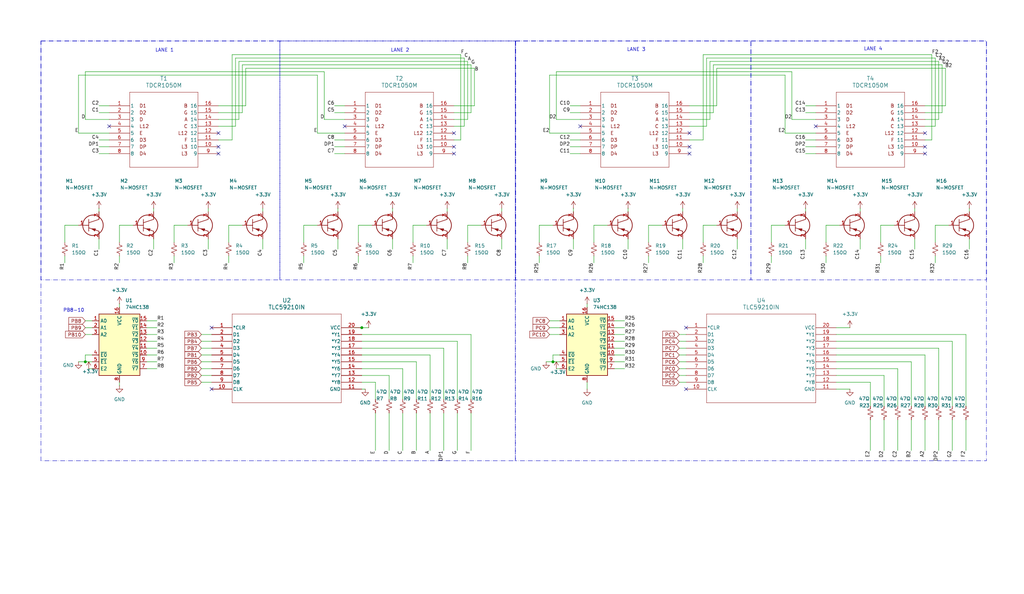
<source format=kicad_sch>
(kicad_sch (version 20231120) (generator "eeschema") (generator_version "8.0")
  (paper "User" 381 220.98)
  (title_block (title "Time Display"))
  (junction (at 31.75 134.62))
  (junction (at 205.74 134.62))
  (junction (at 134.62 121.92))
  (no_connect (at 78.74 121.92))
  (no_connect (at 128.27 46.99))
  (no_connect (at 81.28 57.15))
  (no_connect (at 168.91 54.61))
  (no_connect (at 78.74 144.78))
  (no_connect (at 256.54 49.53))
  (no_connect (at 303.53 46.99))
  (no_connect (at 256.54 57.15))
  (no_connect (at 256.54 54.61))
  (no_connect (at 344.17 57.15))
  (no_connect (at 344.17 54.61))
  (no_connect (at 81.28 54.61))
  (no_connect (at 81.28 49.53))
  (no_connect (at 40.64 46.99))
  (no_connect (at 255.27 121.92))
  (no_connect (at 168.91 57.15))
  (no_connect (at 255.27 144.78))
  (no_connect (at 168.91 49.53))
  (no_connect (at 344.17 49.53))
  (no_connect (at 215.9 46.99))
  (wire (pts (xy 74.93 137.16) (xy 78.74 137.16)))
  (wire (pts (xy 299.72 57.15) (xy 303.53 57.15)))
  (wire (pts (xy 360.68 88.9) (xy 360.68 92.71)))
  (wire (pts (xy 311.15 137.16) (xy 334.01 137.16)))
  (wire (pts (xy 175.26 24.13) (xy 175.26 41.91)))
  (wire (pts (xy 349.25 167.64) (xy 349.25 156.21)))
  (wire (pts (xy 31.75 132.08) (xy 31.75 134.62)))
  (wire (pts (xy 207.01 26.67) (xy 294.64 26.67)))
  (wire (pts (xy 346.71 20.32) (xy 346.71 52.07)))
  (wire (pts (xy 86.36 52.07) (xy 86.36 20.32)))
  (wire (pts (xy 287.02 97.79) (xy 287.02 95.25)))
  (wire (pts (xy 36.83 77.47) (xy 36.83 78.74)))
  (wire (pts (xy 24.13 97.79) (xy 24.13 95.25)))
  (wire (pts (xy 24.13 83.82) (xy 24.13 90.17)))
  (wire (pts (xy 58.42 121.92) (xy 54.61 121.92)))
  (wire (pts (xy 170.18 167.64) (xy 170.18 153.67)))
  (wire (pts (xy 207.01 137.16) (xy 208.28 137.16)))
  (wire (pts (xy 36.83 41.91) (xy 40.64 41.91)))
  (wire (pts (xy 31.75 44.45) (xy 40.64 44.45)))
  (wire (pts (xy 246.38 83.82) (xy 241.3 83.82)))
  (wire (pts (xy 351.79 25.4) (xy 351.79 39.37)))
  (wire (pts (xy 139.7 148.59) (xy 139.7 142.24)))
  (wire (pts (xy 212.09 39.37) (xy 215.9 39.37)))
  (wire (pts (xy 307.34 97.79) (xy 307.34 95.25)))
  (wire (pts (xy 113.03 83.82) (xy 113.03 90.17)))
  (wire (pts (xy 125.73 88.9) (xy 125.73 92.71)))
  (wire (pts (xy 58.42 127) (xy 54.61 127)))
  (wire (pts (xy 311.15 134.62) (xy 339.09 134.62)))
  (wire (pts (xy 29.21 134.62) (xy 31.75 134.62)))
  (wire (pts (xy 252.73 132.08) (xy 255.27 132.08)))
  (wire (pts (xy 175.26 124.46) (xy 134.62 124.46)))
  (wire (pts (xy 170.18 127) (xy 170.18 148.59)))
  (wire (pts (xy 360.68 77.47) (xy 360.68 78.74)))
  (wire (pts (xy 172.72 21.59) (xy 172.72 46.99)))
  (wire (pts (xy 232.41 119.38) (xy 228.6 119.38)))
  (wire (pts (xy 58.42 134.62) (xy 54.61 134.62)))
  (wire (pts (xy 299.72 77.47) (xy 299.72 78.74)))
  (wire (pts (xy 34.29 132.08) (xy 31.75 132.08)))
  (wire (pts (xy 320.04 77.47) (xy 320.04 78.74)))
  (wire (pts (xy 311.15 142.24) (xy 323.85 142.24)))
  (wire (pts (xy 90.17 24.13) (xy 175.26 24.13)))
  (wire (pts (xy 186.69 88.9) (xy 186.69 92.71)))
  (wire (pts (xy 134.62 127) (xy 170.18 127)))
  (wire (pts (xy 160.02 167.64) (xy 160.02 153.67)))
  (wire (pts (xy 86.36 20.32) (xy 171.45 20.32)))
  (wire (pts (xy 347.98 97.79) (xy 347.98 95.25)))
  (wire (pts (xy 124.46 52.07) (xy 128.27 52.07)))
  (wire (pts (xy 149.86 167.64) (xy 149.86 153.67)))
  (wire (pts (xy 292.1 49.53) (xy 303.53 49.53)))
  (wire (pts (xy 176.53 25.4) (xy 91.44 25.4)))
  (wire (pts (xy 307.34 83.82) (xy 307.34 90.17)))
  (wire (pts (xy 31.75 44.45) (xy 31.75 26.67)))
  (wire (pts (xy 77.47 77.47) (xy 77.47 78.74)))
  (wire (pts (xy 264.16 22.86) (xy 349.25 22.86)))
  (wire (pts (xy 33.02 137.16) (xy 34.29 137.16)))
  (wire (pts (xy 359.41 124.46) (xy 359.41 151.13)))
  (wire (pts (xy 77.47 88.9) (xy 77.47 92.71)))
  (wire (pts (xy 88.9 44.45) (xy 88.9 22.86)))
  (wire (pts (xy 130.81 121.92) (xy 134.62 121.92)))
  (wire (pts (xy 153.67 83.82) (xy 153.67 90.17)))
  (wire (pts (xy 350.52 41.91) (xy 344.17 41.91)))
  (wire (pts (xy 232.41 137.16) (xy 228.6 137.16)))
  (wire (pts (xy 299.72 41.91) (xy 303.53 41.91)))
  (wire (pts (xy 294.64 44.45) (xy 303.53 44.45)))
  (wire (pts (xy 254 88.9) (xy 254 92.71)))
  (wire (pts (xy 134.62 121.92) (xy 137.16 121.92)))
  (wire (pts (xy 90.17 41.91) (xy 90.17 24.13)))
  (wire (pts (xy 133.35 83.82) (xy 133.35 90.17)))
  (wire (pts (xy 144.78 148.59) (xy 144.78 139.7)))
  (wire (pts (xy 204.47 49.53) (xy 204.47 27.94)))
  (wire (pts (xy 165.1 167.64) (xy 165.1 153.67)))
  (wire (pts (xy 256.54 46.99) (xy 262.89 46.99)))
  (wire (pts (xy 252.73 137.16) (xy 255.27 137.16)))
  (wire (pts (xy 349.25 44.45) (xy 344.17 44.45)))
  (wire (pts (xy 323.85 156.21) (xy 323.85 167.64)))
  (wire (pts (xy 204.47 27.94) (xy 292.1 27.94)))
  (wire (pts (xy 294.64 26.67) (xy 294.64 44.45)))
  (wire (pts (xy 69.85 83.82) (xy 64.77 83.82)))
  (wire (pts (xy 262.89 46.99) (xy 262.89 21.59)))
  (wire (pts (xy 256.54 44.45) (xy 264.16 44.45)))
  (wire (pts (xy 218.44 113.03) (xy 218.44 114.3)))
  (wire (pts (xy 339.09 167.64) (xy 339.09 156.21)))
  (wire (pts (xy 175.26 153.67) (xy 175.26 167.64)))
  (wire (pts (xy 166.37 88.9) (xy 166.37 92.71)))
  (wire (pts (xy 85.09 97.79) (xy 85.09 95.25)))
  (wire (pts (xy 186.69 77.47) (xy 186.69 78.74)))
  (wire (pts (xy 332.74 83.82) (xy 327.66 83.82)))
  (wire (pts (xy 146.05 77.47) (xy 146.05 78.74)))
  (wire (pts (xy 97.79 77.47) (xy 97.79 78.74)))
  (wire (pts (xy 171.45 20.32) (xy 171.45 52.07)))
  (wire (pts (xy 344.17 52.07) (xy 346.71 52.07)))
  (wire (pts (xy 81.28 46.99) (xy 87.63 46.99)))
  (wire (pts (xy 160.02 132.08) (xy 134.62 132.08)))
  (wire (pts (xy 31.75 119.38) (xy 34.29 119.38)))
  (wire (pts (xy 173.99 97.79) (xy 173.99 95.25)))
  (wire (pts (xy 118.11 83.82) (xy 113.03 83.82)))
  (wire (pts (xy 241.3 97.79) (xy 241.3 95.25)))
  (wire (pts (xy 31.75 26.67) (xy 120.65 26.67)))
  (wire (pts (xy 29.21 49.53) (xy 40.64 49.53)))
  (wire (pts (xy 91.44 39.37) (xy 81.28 39.37)))
  (wire (pts (xy 153.67 97.79) (xy 153.67 95.25)))
  (wire (pts (xy 139.7 153.67) (xy 139.7 167.64)))
  (wire (pts (xy 292.1 27.94) (xy 292.1 49.53)))
  (wire (pts (xy 205.74 134.62) (xy 208.28 134.62)))
  (wire (pts (xy 81.28 41.91) (xy 90.17 41.91)))
  (wire (pts (xy 261.62 20.32) (xy 346.71 20.32)))
  (wire (pts (xy 339.09 134.62) (xy 339.09 151.13)))
  (wire (pts (xy 287.02 83.82) (xy 287.02 90.17)))
  (wire (pts (xy 292.1 83.82) (xy 287.02 83.82)))
  (wire (pts (xy 218.44 144.78) (xy 218.44 142.24)))
  (wire (pts (xy 74.93 127) (xy 78.74 127)))
  (wire (pts (xy 344.17 39.37) (xy 351.79 39.37)))
  (wire (pts (xy 213.36 88.9) (xy 213.36 92.71)))
  (wire (pts (xy 323.85 142.24) (xy 323.85 151.13)))
  (wire (pts (xy 266.7 83.82) (xy 261.62 83.82)))
  (wire (pts (xy 133.35 97.79) (xy 133.35 95.25)))
  (wire (pts (xy 334.01 167.64) (xy 334.01 156.21)))
  (wire (pts (xy 299.72 54.61) (xy 303.53 54.61)))
  (wire (pts (xy 311.15 124.46) (xy 359.41 124.46)))
  (wire (pts (xy 232.41 127) (xy 228.6 127)))
  (wire (pts (xy 266.7 39.37) (xy 256.54 39.37)))
  (wire (pts (xy 173.99 44.45) (xy 168.91 44.45)))
  (wire (pts (xy 212.09 52.07) (xy 215.9 52.07)))
  (wire (pts (xy 311.15 129.54) (xy 349.25 129.54)))
  (wire (pts (xy 213.36 77.47) (xy 213.36 78.74)))
  (wire (pts (xy 113.03 97.79) (xy 113.03 95.25)))
  (wire (pts (xy 124.46 54.61) (xy 128.27 54.61)))
  (wire (pts (xy 328.93 139.7) (xy 328.93 151.13)))
  (wire (pts (xy 173.99 22.86) (xy 173.99 44.45)))
  (wire (pts (xy 349.25 129.54) (xy 349.25 151.13)))
  (wire (pts (xy 173.99 83.82) (xy 173.99 90.17)))
  (wire (pts (xy 252.73 139.7) (xy 255.27 139.7)))
  (wire (pts (xy 252.73 134.62) (xy 255.27 134.62)))
  (wire (pts (xy 316.23 144.78) (xy 311.15 144.78)))
  (wire (pts (xy 29.21 49.53) (xy 29.21 27.94)))
  (wire (pts (xy 232.41 129.54) (xy 228.6 129.54)))
  (wire (pts (xy 327.66 83.82) (xy 327.66 90.17)))
  (wire (pts (xy 353.06 83.82) (xy 347.98 83.82)))
  (wire (pts (xy 49.53 83.82) (xy 44.45 83.82)))
  (wire (pts (xy 139.7 142.24) (xy 134.62 142.24)))
  (wire (pts (xy 241.3 83.82) (xy 241.3 90.17)))
  (wire (pts (xy 120.65 26.67) (xy 120.65 44.45)))
  (wire (pts (xy 87.63 21.59) (xy 172.72 21.59)))
  (wire (pts (xy 347.98 21.59) (xy 347.98 46.99)))
  (wire (pts (xy 261.62 97.79) (xy 261.62 95.25)))
  (wire (pts (xy 118.11 49.53) (xy 128.27 49.53)))
  (wire (pts (xy 349.25 22.86) (xy 349.25 44.45)))
  (wire (pts (xy 91.44 25.4) (xy 91.44 39.37)))
  (wire (pts (xy 74.93 132.08) (xy 78.74 132.08)))
  (wire (pts (xy 256.54 41.91) (xy 265.43 41.91)))
  (wire (pts (xy 81.28 44.45) (xy 88.9 44.45)))
  (wire (pts (xy 74.93 134.62) (xy 78.74 134.62)))
  (wire (pts (xy 58.42 137.16) (xy 54.61 137.16)))
  (wire (pts (xy 205.74 83.82) (xy 200.66 83.82)))
  (wire (pts (xy 204.47 119.38) (xy 208.28 119.38)))
  (wire (pts (xy 124.46 39.37) (xy 128.27 39.37)))
  (wire (pts (xy 207.01 44.45) (xy 207.01 26.67)))
  (wire (pts (xy 74.93 124.46) (xy 78.74 124.46)))
  (wire (pts (xy 81.28 52.07) (xy 86.36 52.07)))
  (wire (pts (xy 344.17 167.64) (xy 344.17 156.21)))
  (wire (pts (xy 138.43 83.82) (xy 133.35 83.82)))
  (wire (pts (xy 44.45 113.03) (xy 44.45 114.3)))
  (wire (pts (xy 166.37 77.47) (xy 166.37 78.74)))
  (wire (pts (xy 74.93 139.7) (xy 78.74 139.7)))
  (wire (pts (xy 74.93 129.54) (xy 78.74 129.54)))
  (wire (pts (xy 311.15 132.08) (xy 344.17 132.08)))
  (wire (pts (xy 220.98 83.82) (xy 220.98 90.17)))
  (wire (pts (xy 340.36 88.9) (xy 340.36 92.71)))
  (wire (pts (xy 97.79 88.9) (xy 97.79 92.71)))
  (wire (pts (xy 144.78 153.67) (xy 144.78 167.64)))
  (wire (pts (xy 350.52 24.13) (xy 350.52 41.91)))
  (wire (pts (xy 149.86 137.16) (xy 134.62 137.16)))
  (wire (pts (xy 44.45 143.51) (xy 44.45 142.24)))
  (wire (pts (xy 57.15 77.47) (xy 57.15 78.74)))
  (wire (pts (xy 256.54 52.07) (xy 261.62 52.07)))
  (wire (pts (xy 344.17 132.08) (xy 344.17 151.13)))
  (wire (pts (xy 44.45 97.79) (xy 44.45 95.25)))
  (wire (pts (xy 252.73 129.54) (xy 255.27 129.54)))
  (wire (pts (xy 232.41 121.92) (xy 228.6 121.92)))
  (wire (pts (xy 64.77 97.79) (xy 64.77 95.25)))
  (wire (pts (xy 205.74 132.08) (xy 205.74 134.62)))
  (wire (pts (xy 233.68 77.47) (xy 233.68 78.74)))
  (wire (pts (xy 158.75 83.82) (xy 153.67 83.82)))
  (wire (pts (xy 232.41 132.08) (xy 228.6 132.08)))
  (wire (pts (xy 58.42 129.54) (xy 54.61 129.54)))
  (wire (pts (xy 44.45 83.82) (xy 44.45 90.17)))
  (wire (pts (xy 220.98 97.79) (xy 220.98 95.25)))
  (wire (pts (xy 31.75 124.46) (xy 34.29 124.46)))
  (wire (pts (xy 31.75 121.92) (xy 34.29 121.92)))
  (wire (pts (xy 354.33 127) (xy 354.33 151.13)))
  (wire (pts (xy 154.94 134.62) (xy 134.62 134.62)))
  (wire (pts (xy 359.41 156.21) (xy 359.41 167.64)))
  (wire (pts (xy 36.83 57.15) (xy 40.64 57.15)))
  (wire (pts (xy 118.11 27.94) (xy 118.11 49.53)))
  (wire (pts (xy 176.53 25.4) (xy 176.53 39.37)))
  (wire (pts (xy 36.83 39.37) (xy 40.64 39.37)))
  (wire (pts (xy 204.47 49.53) (xy 215.9 49.53)))
  (wire (pts (xy 168.91 52.07) (xy 171.45 52.07)))
  (wire (pts (xy 58.42 124.46) (xy 54.61 124.46)))
  (wire (pts (xy 31.75 134.62) (xy 34.29 134.62)))
  (wire (pts (xy 347.98 46.99) (xy 344.17 46.99)))
  (wire (pts (xy 125.73 77.47) (xy 125.73 78.74)))
  (wire (pts (xy 226.06 83.82) (xy 220.98 83.82)))
  (wire (pts (xy 58.42 132.08) (xy 54.61 132.08)))
  (wire (pts (xy 36.83 88.9) (xy 36.83 92.71)))
  (wire (pts (xy 165.1 148.59) (xy 165.1 129.54)))
  (wire (pts (xy 36.83 54.61) (xy 40.64 54.61)))
  (wire (pts (xy 252.73 142.24) (xy 255.27 142.24)))
  (wire (pts (xy 135.89 144.78) (xy 134.62 144.78)))
  (wire (pts (xy 311.15 127) (xy 354.33 127)))
  (wire (pts (xy 160.02 148.59) (xy 160.02 132.08)))
  (wire (pts (xy 90.17 83.82) (xy 85.09 83.82)))
  (wire (pts (xy 299.72 39.37) (xy 303.53 39.37)))
  (wire (pts (xy 149.86 148.59) (xy 149.86 137.16)))
  (wire (pts (xy 351.79 25.4) (xy 266.7 25.4)))
  (wire (pts (xy 261.62 83.82) (xy 261.62 90.17)))
  (wire (pts (xy 340.36 77.47) (xy 340.36 78.74)))
  (wire (pts (xy 312.42 83.82) (xy 307.34 83.82)))
  (wire (pts (xy 87.63 46.99) (xy 87.63 21.59)))
  (wire (pts (xy 232.41 124.46) (xy 228.6 124.46)))
  (wire (pts (xy 212.09 41.91) (xy 215.9 41.91)))
  (wire (pts (xy 175.26 41.91) (xy 168.91 41.91)))
  (wire (pts (xy 320.04 88.9) (xy 320.04 92.71)))
  (wire (pts (xy 311.15 121.92) (xy 316.23 121.92)))
  (wire (pts (xy 204.47 124.46) (xy 208.28 124.46)))
  (wire (pts (xy 168.91 39.37) (xy 176.53 39.37)))
  (wire (pts (xy 208.28 132.08) (xy 205.74 132.08)))
  (wire (pts (xy 232.41 134.62) (xy 228.6 134.62)))
  (wire (pts (xy 254 77.47) (xy 254 78.74)))
  (wire (pts (xy 200.66 83.82) (xy 200.66 90.17)))
  (wire (pts (xy 266.7 25.4) (xy 266.7 39.37)))
  (wire (pts (xy 354.33 167.64) (xy 354.33 156.21)))
  (wire (pts (xy 74.93 142.24) (xy 78.74 142.24)))
  (wire (pts (xy 274.32 77.47) (xy 274.32 78.74)))
  (wire (pts (xy 172.72 46.99) (xy 168.91 46.99)))
  (wire (pts (xy 311.15 139.7) (xy 328.93 139.7)))
  (wire (pts (xy 203.2 134.62) (xy 205.74 134.62)))
  (wire (pts (xy 212.09 57.15) (xy 215.9 57.15)))
  (wire (pts (xy 299.72 88.9) (xy 299.72 92.71)))
  (wire (pts (xy 29.21 27.94) (xy 118.11 27.94)))
  (wire (pts (xy 154.94 167.64) (xy 154.94 153.67)))
  (wire (pts (xy 200.66 97.79) (xy 200.66 95.25)))
  (wire (pts (xy 64.77 83.82) (xy 64.77 90.17)))
  (wire (pts (xy 265.43 24.13) (xy 350.52 24.13)))
  (wire (pts (xy 252.73 124.46) (xy 255.27 124.46)))
  (wire (pts (xy 36.83 52.07) (xy 40.64 52.07)))
  (wire (pts (xy 146.05 88.9) (xy 146.05 92.71)))
  (wire (pts (xy 124.46 41.91) (xy 128.27 41.91)))
  (wire (pts (xy 57.15 88.9) (xy 57.15 92.71)))
  (wire (pts (xy 144.78 139.7) (xy 134.62 139.7)))
  (wire (pts (xy 212.09 54.61) (xy 215.9 54.61)))
  (wire (pts (xy 207.01 44.45) (xy 215.9 44.45)))
  (wire (pts (xy 58.42 119.38) (xy 54.61 119.38)))
  (wire (pts (xy 179.07 83.82) (xy 173.99 83.82)))
  (wire (pts (xy 261.62 52.07) (xy 261.62 20.32)))
  (wire (pts (xy 347.98 83.82) (xy 347.98 90.17)))
  (wire (pts (xy 165.1 129.54) (xy 134.62 129.54)))
  (wire (pts (xy 204.47 121.92) (xy 208.28 121.92)))
  (wire (pts (xy 233.68 88.9) (xy 233.68 92.71)))
  (wire (pts (xy 85.09 83.82) (xy 85.09 90.17)))
  (wire (pts (xy 120.65 44.45) (xy 128.27 44.45)))
  (wire (pts (xy 124.46 57.15) (xy 128.27 57.15)))
  (wire (pts (xy 88.9 22.86) (xy 173.99 22.86)))
  (wire (pts (xy 265.43 41.91) (xy 265.43 24.13)))
  (wire (pts (xy 262.89 21.59) (xy 347.98 21.59)))
  (wire (pts (xy 154.94 148.59) (xy 154.94 134.62)))
  (wire (pts (xy 328.93 156.21) (xy 328.93 167.64)))
  (wire (pts (xy 252.73 127) (xy 255.27 127)))
  (wire (pts (xy 274.32 88.9) (xy 274.32 92.71)))
  (wire (pts (xy 175.26 148.59) (xy 175.26 124.46)))
  (wire (pts (xy 29.21 83.82) (xy 24.13 83.82)))
  (wire (pts (xy 299.72 52.07) (xy 303.53 52.07)))
  (wire (pts (xy 334.01 137.16) (xy 334.01 151.13)))
  (wire (pts (xy 264.16 44.45) (xy 264.16 22.86)))
  (wire (pts (xy 327.66 97.79) (xy 327.66 95.25)))
  (rectangle (start 15.2508 15.2398) (end 104.14 104.14) (stroke (width 0) (type dash_dot)))
  (rectangle (start 104.14 15.24) (end 191.77 104.14) (stroke (width 0) (type dash_dot)))
  (rectangle (start 191.8472 15.24) (end 279.4 104.14) (stroke (width 0) (type dash_dot)))
  (rectangle (start 15.24 15.24) (end 191.77 171.45) (stroke (width 0) (type dash_dot)))
  (rectangle (start 279.4 15.24) (end 367.03 104.14) (stroke (width 0) (type dash_dot)))
  (rectangle (start 191.77 15.24) (end 367.03 171.45) (stroke (width 0) (type dash_dot)))
  (text "LANE 4" (at 324.866 18.288 0) (effects (font (size 1.27 1.27))))
  (text "LANE 2" (at 148.844 18.796 0) (effects (font (size 1.27 1.27))))
  (text "PB8-10\n" (at 27.432 115.57 0) (effects (font (size 1.27 1.27))))
  (text "LANE 1" (at 61.214 18.796 0) (effects (font (size 1.27 1.27))))
  (text "LANE 3" (at 236.728 18.542 0) (effects (font (size 1.27 1.27))))
  (label "C1" (at 36.83 92.71 270))
  (label "C14" (at 320.04 92.71 270))
  (label "R2" (at 44.45 97.79 270))
  (label "A2" (at 349.25 22.86 0))
  (label "DP1" (at 36.83 54.61 180))
  (label "C16" (at 299.72 52.07 180))
  (label "D" (at 31.75 44.45 180))
  (label "R28" (at 232.41 127 0))
  (label "DP1" (at 124.46 54.61 180))
  (label "G" (at 175.26 24.132 0))
  (label "C2" (at 36.83 39.37 180))
  (label "C5" (at 124.46 41.91 180))
  (label "C" (at 149.86 167.64 270))
  (label "C3" (at 36.83 57.15 180))
  (label "C7" (at 124.46 57.15 180))
  (label "C2" (at 347.969 21.59 0))
  (label "F2" (at 346.71 20.32 0))
  (label "D2" (at 328.93 167.64 270))
  (label "C11" (at 212.09 57.15 180))
  (label "C4" (at 36.83 52.07 180))
  (label "R8" (at 173.99 97.79 270))
  (label "R26" (at 220.98 97.79 270))
  (label "C15" (at 299.72 57.15 180))
  (label "R29" (at 287.02 97.79 270))
  (label "R7" (at 153.67 97.79 270))
  (label "R27" (at 241.3 97.79 270))
  (label "C" (at 172.72 21.59 0))
  (label "E" (at 139.7 167.64 270))
  (label "C8" (at 124.46 52.07 180))
  (label "C6" (at 146.05 92.71 270))
  (label "E2" (at 292.1 49.53 180))
  (label "R32" (at 232.41 137.16 0))
  (label "C10" (at 233.68 92.71 270))
  (label "E" (at 118.11 49.53 180))
  (label "C11" (at 254 92.71 270))
  (label "A" (at 173.99 22.86 0))
  (label "R6" (at 133.35 97.79 270))
  (label "R27" (at 232.41 124.46 0))
  (label "E" (at 29.21 49.53 180))
  (label "R25" (at 200.66 97.79 270))
  (label "B" (at 154.94 167.64 270))
  (label "C10" (at 212.09 39.37 180))
  (label "DP2" (at 349.25 167.64 270))
  (label "C13" (at 299.72 92.71 270))
  (label "E2" (at 323.85 167.64 270))
  (label "F" (at 175.26 167.64 270))
  (label "D" (at 120.65 44.45 180))
  (label "R30" (at 232.41 132.08 0))
  (label "C3" (at 77.47 92.71 270))
  (label "F2" (at 359.41 167.64 270))
  (label "B" (at 176.53 26.67 0))
  (label "G2" (at 350.52 24.13 0))
  (label "R4" (at 85.09 97.79 270))
  (label "C7" (at 166.37 92.71 270))
  (label "C12" (at 212.09 52.07 180))
  (label "D" (at 144.78 167.64 270))
  (label "C15" (at 340.36 92.71 270))
  (label "R1" (at 58.42 119.38 0))
  (label "R28" (at 261.62 97.79 270))
  (label "R25" (at 232.41 119.38 0))
  (label "R5" (at 58.42 129.54 0))
  (label "C14" (at 299.72 39.37 180))
  (label "C16" (at 360.68 92.71 270))
  (label "C9" (at 213.36 92.71 270))
  (label "D2" (at 294.64 44.45 180))
  (label "C2" (at 334.01 167.64 270))
  (label "C13" (at 299.72 41.91 180))
  (label "R2" (at 58.42 121.92 0))
  (label "R6" (at 58.42 132.08 0))
  (label "C2" (at 57.15 92.71 270))
  (label "F" (at 171.45 20.32 0))
  (label "E2" (at 204.47 49.53 180))
  (label "DP2" (at 212.09 54.61 180))
  (label "R32" (at 347.98 97.79 270))
  (label "R30" (at 307.34 97.79 270))
  (label "R31" (at 327.66 97.79 270))
  (label "R31" (at 232.41 134.62 0))
  (label "C12" (at 274.32 92.71 270))
  (label "C5" (at 125.73 92.71 270))
  (label "G" (at 170.18 167.64 270))
  (label "R3" (at 64.77 97.79 270))
  (label "R8" (at 58.42 137.16 0))
  (label "DP2" (at 299.72 54.61 180))
  (label "C8" (at 186.69 92.71 270))
  (label "DP1" (at 165.1 167.64 270))
  (label "C9" (at 212.09 41.91 180))
  (label "R4" (at 58.42 127 0))
  (label "B2" (at 351.6137 25.4 0))
  (label "A" (at 160.02 167.64 270))
  (label "R3" (at 58.42 124.46 0))
  (label "C4" (at 97.79 92.71 270))
  (label "R1" (at 24.13 97.79 270))
  (label "C6" (at 124.46 39.37 180))
  (label "R5" (at 113.03 97.79 270))
  (label "G2" (at 354.33 167.64 270))
  (label "D2" (at 207.01 44.45 180))
  (label "B2" (at 339.09 167.64 270))
  (label "A2" (at 344.17 167.64 270))
  (label "R29" (at 232.41 129.54 0))
  (label "R7" (at 58.42 134.62 0))
  (label "R26" (at 232.41 121.92 0))
  (label "C1" (at 36.83 41.91 180))
  (global_label "PB9" (shape input) (at 31.75 121.92 180) (property "Intersheetrefs" "${INTERSHEET_REFS}" (effects (hide yes))))
  (global_label "PB0" (shape input) (at 74.93 137.16 180) (property "Intersheetrefs" "${INTERSHEET_REFS}" (effects (hide yes))))
  (global_label "PC2" (shape input) (at 252.73 139.7 180) (property "Intersheetrefs" "${INTERSHEET_REFS}" (effects (hide yes))))
  (global_label "PB2" (shape input) (at 74.93 139.7 180) (property "Intersheetrefs" "${INTERSHEET_REFS}" (effects (hide yes))))
  (global_label "PC9" (shape input) (at 204.47 121.92 180) (property "Intersheetrefs" "${INTERSHEET_REFS}" (effects (hide yes))))
  (global_label "PC10" (shape input) (at 204.47 124.46 180) (property "Intersheetrefs" "${INTERSHEET_REFS}" (effects (hide yes))))
  (global_label "PB8" (shape input) (at 31.75 119.38 180) (property "Intersheetrefs" "${INTERSHEET_REFS}" (effects (hide yes))))
  (global_label "PC6" (shape input) (at 252.73 134.62 180) (property "Intersheetrefs" "${INTERSHEET_REFS}" (effects (hide yes))))
  (global_label "PC1" (shape input) (at 252.73 132.08 180) (property "Intersheetrefs" "${INTERSHEET_REFS}" (effects (hide yes))))
  (global_label "PB5" (shape input) (at 74.93 142.24 180) (property "Intersheetrefs" "${INTERSHEET_REFS}" (effects (hide yes))))
  (global_label "PB3" (shape input) (at 74.93 124.46 180) (property "Intersheetrefs" "${INTERSHEET_REFS}" (effects (hide yes))))
  (global_label "PB10" (shape input) (at 31.75 124.46 180) (property "Intersheetrefs" "${INTERSHEET_REFS}" (effects (hide yes))))
  (global_label "PC0" (shape input) (at 252.73 137.16 180) (property "Intersheetrefs" "${INTERSHEET_REFS}" (effects (hide yes))))
  (global_label "PB1" (shape input) (at 74.93 132.08 180) (property "Intersheetrefs" "${INTERSHEET_REFS}" (effects (hide yes))))
  (global_label "PC5" (shape input) (at 252.73 142.24 180) (property "Intersheetrefs" "${INTERSHEET_REFS}" (effects (hide yes))))
  (global_label "PC4" (shape input) (at 252.73 127 180) (property "Intersheetrefs" "${INTERSHEET_REFS}" (effects (hide yes))))
  (global_label "PB7" (shape input) (at 74.93 129.54 180) (property "Intersheetrefs" "${INTERSHEET_REFS}" (effects (hide yes))))
  (global_label "PC8" (shape input) (at 204.47 119.38 180) (property "Intersheetrefs" "${INTERSHEET_REFS}" (effects (hide yes))))
  (global_label "PC7" (shape input) (at 252.73 129.54 180) (property "Intersheetrefs" "${INTERSHEET_REFS}" (effects (hide yes))))
  (global_label "PB4" (shape input) (at 74.93 127 180) (property "Intersheetrefs" "${INTERSHEET_REFS}" (effects (hide yes))))
  (global_label "PB6" (shape input) (at 74.93 134.62 180) (property "Intersheetrefs" "${INTERSHEET_REFS}" (effects (hide yes))))
  (global_label "PC3" (shape input) (at 252.73 124.46 180) (property "Intersheetrefs" "${INTERSHEET_REFS}" (effects (hide yes))))
  (symbol (lib_id "pn2907a-smt:PMBT2907A_235") (at 246.38 83.82 0) (unit 1)
    (property "Reference" "M11" (at 241.554 67.31 0) (effects (justify left)))
    (property "Value" "N-MOSFET" (at 241.554 69.85 0) (effects (justify left)))
    (property "Footprint" "TO-236AB_SOT23_NEX" (effects (hide yes)))
    (property "Datasheet" "PMBT2907A_235" (effects (hide yes)))
    (property "Description" "General Purpose PNP Transistors" (effects (hide yes)))
  )
  (symbol (lib_id "Device:R_Small_US") (at 344.17 153.67 0) (mirror y) (unit 1)
    (property "Reference" "R28" (at 343.916 150.876 0) (effects (justify left)))
    (property "Value" "47Ω" (at 343.916 148.336 0) (effects (justify left)))
    (property "Footprint" "Resistor_SMD:R_0805_2012Metric" (effects (hide yes)))
    (property "Description" "Resistor, small US symbol" (effects (hide yes)))
  )
  (symbol (lib_id "Device:R_Small_US") (at 139.7 151.13 0) (unit 1)
    (property "Reference" "R7" (at 139.954 148.336 0) (effects (justify left)))
    (property "Value" "47Ω" (at 139.954 145.796 0) (effects (justify left)))
    (property "Footprint" "Resistor_SMD:R_0805_2012Metric" (effects (hide yes)))
    (property "Description" "Resistor, small US symbol" (effects (hide yes)))
  )
  (symbol (lib_id "power:+3.3V") (at 57.15 77.47 0) (unit 1)
    (property "Reference" "#PWR06" (effects (hide yes)))
    (property "Value" "+3.3V" (at 57.15 72.39 0))
    (property "Description" "Power symbol creates a global label with name \"+3.3V\"" (effects (hide yes)))
  )
  (symbol (lib_id "pn2907a-smt:PMBT2907A_235") (at 49.53 83.82 0) (unit 1)
    (property "Reference" "M2" (at 44.704 67.31 0) (effects (justify left)))
    (property "Value" "N-MOSFET" (at 44.704 69.85 0) (effects (justify left)))
    (property "Footprint" "TO-236AB_SOT23_NEX" (effects (hide yes)))
    (property "Datasheet" "PMBT2907A_235" (effects (hide yes)))
    (property "Description" "General Purpose PNP Transistors" (effects (hide yes)))
  )
  (symbol (lib_id "74xx:74HC138") (at 44.45 129.54 0) (unit 1)
    (property "Reference" "U1" (at 46.6441 111.76 0) (effects (justify left)))
    (property "Value" "74HC138" (at 46.6441 114.3 0) (effects (justify left)))
    (property "Footprint" "SN74HC138DR-MUX:SOIC127P600X175-16N" (effects (hide yes)))
    (property "Datasheet" "http://www.ti.com/lit/ds/symlink/cd74hc238.pdf" (effects (hide yes)))
    (property "Description" "3-to-8 line decoder/multiplexer inverting, DIP-16/SOIC-16/SSOP-16" (effects (hide yes)))
  )
  (symbol (lib_id "Device:R_Small_US") (at 170.18 151.13 0) (unit 1)
    (property "Reference" "R14" (at 170.434 148.336 0) (effects (justify left)))
    (property "Value" "47Ω" (at 170.434 145.796 0) (effects (justify left)))
    (property "Footprint" "Resistor_SMD:R_0805_2012Metric" (effects (hide yes)))
    (property "Description" "Resistor, small US symbol" (effects (hide yes)))
  )
  (symbol (lib_id "Device:R_Small_US") (at 354.33 153.67 0) (mirror y) (unit 1)
    (property "Reference" "R31" (at 354.076 150.876 0) (effects (justify left)))
    (property "Value" "47Ω" (at 354.076 148.336 0) (effects (justify left)))
    (property "Footprint" "Resistor_SMD:R_0805_2012Metric" (effects (hide yes)))
    (property "Description" "Resistor, small US symbol" (effects (hide yes)))
  )
  (symbol (lib_name "TDCR1050M_1") (lib_id "4-7-seg-display-TDCR1050M:TDCR1050M") (at 215.9 39.37 0) (unit 1)
    (property "Reference" "T3" (at 236.22 29.21 0) (effects (font (size 1.524 1.524))))
    (property "Value" "TDCR1050M" (at 236.22 31.75 0) (effects (font (size 1.524 1.524))))
    (property "Footprint" "TDCR1050M-4-7-seg-display:TDCG1060M_VIS" (effects (hide yes)))
    (property "Datasheet" "TDCR1050M" (effects (hide yes)))
  )
  (symbol (lib_id "74xx:74HC138") (at 218.44 129.54 0) (unit 1)
    (property "Reference" "U3" (at 220.6341 111.76 0) (effects (justify left)))
    (property "Value" "74HC138" (at 220.6341 114.3 0) (effects (justify left)))
    (property "Footprint" "SN74HC138DR-MUX:SOIC127P600X175-16N" (effects (hide yes)))
    (property "Datasheet" "http://www.ti.com/lit/ds/symlink/cd74hc238.pdf" (effects (hide yes)))
    (property "Description" "3-to-8 line decoder/multiplexer inverting, DIP-16/SOIC-16/SSOP-16" (effects (hide yes)))
  )
  (symbol (lib_id "power:+3.3V") (at 299.72 77.47 0) (unit 1)
    (property "Reference" "#PWR023" (effects (hide yes)))
    (property "Value" "+3.3V" (at 299.72 72.39 0))
    (property "Description" "Power symbol creates a global label with name \"+3.3V\"" (effects (hide yes)))
  )
  (symbol (lib_id "Device:R_Small_US") (at 24.13 92.71 0) (unit 1)
    (property "Reference" "R1" (at 26.67 91.4399 0) (effects (justify left)))
    (property "Value" "150Ω" (at 26.67 93.9799 0) (effects (justify left)))
    (property "Footprint" "Resistor_SMD:R_0805_2012Metric" (effects (hide yes)))
    (property "Description" "Resistor, small US symbol" (effects (hide yes)))
  )
  (symbol (lib_id "pn2907a-smt:PMBT2907A_235") (at 90.17 83.82 0) (unit 1)
    (property "Reference" "M4" (at 85.344 67.31 0) (effects (justify left)))
    (property "Value" "N-MOSFET" (at 85.344 69.85 0) (effects (justify left)))
    (property "Footprint" "TO-236AB_SOT23_NEX" (effects (hide yes)))
    (property "Datasheet" "PMBT2907A_235" (effects (hide yes)))
    (property "Description" "General Purpose PNP Transistors" (effects (hide yes)))
  )
  (symbol (lib_id "Device:R_Small_US") (at 44.45 92.71 0) (unit 1)
    (property "Reference" "R2" (at 46.99 91.4399 0) (effects (justify left)))
    (property "Value" "150Ω" (at 46.99 93.9799 0) (effects (justify left)))
    (property "Footprint" "Resistor_SMD:R_0805_2012Metric" (effects (hide yes)))
    (property "Description" "Resistor, small US symbol" (effects (hide yes)))
  )
  (symbol (lib_id "Device:R_Small_US") (at 220.98 92.71 0) (unit 1)
    (property "Reference" "R18" (at 223.52 91.4399 0) (effects (justify left)))
    (property "Value" "150Ω" (at 223.52 93.9799 0) (effects (justify left)))
    (property "Footprint" "Resistor_SMD:R_0805_2012Metric" (effects (hide yes)))
    (property "Description" "Resistor, small US symbol" (effects (hide yes)))
  )
  (symbol (lib_id "Device:R_Small_US") (at 339.09 153.67 0) (mirror y) (unit 1)
    (property "Reference" "R27" (at 338.836 150.876 0) (effects (justify left)))
    (property "Value" "47Ω" (at 338.836 148.336 0) (effects (justify left)))
    (property "Footprint" "Resistor_SMD:R_0805_2012Metric" (effects (hide yes)))
    (property "Description" "Resistor, small US symbol" (effects (hide yes)))
  )
  (symbol (lib_id "power:+3.3V") (at 166.37 77.47 0) (unit 1)
    (property "Reference" "#PWR013" (effects (hide yes)))
    (property "Value" "+3.3V" (at 166.37 72.39 0))
    (property "Description" "Power symbol creates a global label with name \"+3.3V\"" (effects (hide yes)))
  )
  (symbol (lib_id "Device:R_Small_US") (at 165.1 151.13 0) (unit 1)
    (property "Reference" "R13" (at 165.354 148.336 0) (effects (justify left)))
    (property "Value" "47Ω" (at 165.354 145.796 0) (effects (justify left)))
    (property "Footprint" "Resistor_SMD:R_0805_2012Metric" (effects (hide yes)))
    (property "Description" "Resistor, small US symbol" (effects (hide yes)))
  )
  (symbol (lib_id "Device:R_Small_US") (at 144.78 151.13 0) (unit 1)
    (property "Reference" "R8" (at 145.034 148.336 0) (effects (justify left)))
    (property "Value" "47Ω" (at 145.034 145.796 0) (effects (justify left)))
    (property "Footprint" "Resistor_SMD:R_0805_2012Metric" (effects (hide yes)))
    (property "Description" "Resistor, small US symbol" (effects (hide yes)))
  )
  (symbol (lib_name "TDCR1050M_1") (lib_id "4-7-seg-display-TDCR1050M:TDCR1050M") (at 128.27 39.37 0) (unit 1)
    (property "Reference" "T2" (at 148.59 29.21 0) (effects (font (size 1.524 1.524))))
    (property "Value" "TDCR1050M" (at 148.59 31.75 0) (effects (font (size 1.524 1.524))))
    (property "Footprint" "TDCR1050M-4-7-seg-display:TDCG1060M_VIS" (effects (hide yes)))
    (property "Datasheet" "TDCR1050M" (effects (hide yes)))
  )
  (symbol (lib_id "Device:R_Small_US") (at 307.34 92.71 0) (unit 1)
    (property "Reference" "R22" (at 309.88 91.4399 0) (effects (justify left)))
    (property "Value" "150Ω" (at 309.88 93.9799 0) (effects (justify left)))
    (property "Footprint" "Resistor_SMD:R_0805_2012Metric" (effects (hide yes)))
    (property "Description" "Resistor, small US symbol" (effects (hide yes)))
  )
  (symbol (lib_id "pn2907a-smt:PMBT2907A_235") (at 179.07 83.82 0) (unit 1)
    (property "Reference" "M8" (at 174.244 67.31 0) (effects (justify left)))
    (property "Value" "N-MOSFET" (at 174.244 69.85 0) (effects (justify left)))
    (property "Footprint" "TO-236AB_SOT23_NEX" (effects (hide yes)))
    (property "Datasheet" "PMBT2907A_235" (effects (hide yes)))
    (property "Description" "General Purpose PNP Transistors" (effects (hide yes)))
  )
  (symbol (lib_id "power:+3.3V") (at 254 77.47 0) (unit 1)
    (property "Reference" "#PWR021" (effects (hide yes)))
    (property "Value" "+3.3V" (at 254 72.39 0))
    (property "Description" "Power symbol creates a global label with name \"+3.3V\"" (effects (hide yes)))
  )
  (symbol (lib_id "power:+3.3V") (at 207.01 137.16 0) (unit 1)
    (property "Reference" "#PWR016" (effects (hide yes)))
    (property "Value" "+3.3V" (at 207.518 138.43 0))
    (property "Description" "Power symbol creates a global label with name \"+3.3V\"" (effects (hide yes)))
  )
  (symbol (lib_id "Device:R_Small_US") (at 359.41 153.67 0) (mirror y) (unit 1)
    (property "Reference" "R32" (at 359.156 150.876 0) (effects (justify left)))
    (property "Value" "47Ω" (at 359.156 148.336 0) (effects (justify left)))
    (property "Footprint" "Resistor_SMD:R_0805_2012Metric" (effects (hide yes)))
    (property "Description" "Resistor, small US symbol" (effects (hide yes)))
  )
  (symbol (lib_id "power:+3.3V") (at 33.02 137.16 0) (unit 1)
    (property "Reference" "#PWR02" (effects (hide yes)))
    (property "Value" "+3.3V" (at 33.528 138.176 0))
    (property "Description" "Power symbol creates a global label with name \"+3.3V\"" (effects (hide yes)))
  )
  (symbol (lib_id "Device:R_Small_US") (at 349.25 153.67 0) (mirror y) (unit 1)
    (property "Reference" "R30" (at 348.996 150.876 0) (effects (justify left)))
    (property "Value" "47Ω" (at 348.996 148.336 0) (effects (justify left)))
    (property "Footprint" "Resistor_SMD:R_0805_2012Metric" (effects (hide yes)))
    (property "Description" "Resistor, small US symbol" (effects (hide yes)))
  )
  (symbol (lib_id "pn2907a-smt:PMBT2907A_235") (at 312.42 83.82 0) (unit 1)
    (property "Reference" "M14" (at 307.594 67.31 0) (effects (justify left)))
    (property "Value" "N-MOSFET" (at 307.594 69.85 0) (effects (justify left)))
    (property "Footprint" "TO-236AB_SOT23_NEX" (effects (hide yes)))
    (property "Datasheet" "PMBT2907A_235" (effects (hide yes)))
    (property "Description" "General Purpose PNP Transistors" (effects (hide yes)))
  )
  (symbol (lib_id "Device:R_Small_US") (at 175.26 151.13 0) (unit 1)
    (property "Reference" "R16" (at 175.514 148.336 0) (effects (justify left)))
    (property "Value" "47Ω" (at 175.514 145.796 0) (effects (justify left)))
    (property "Footprint" "Resistor_SMD:R_0805_2012Metric" (effects (hide yes)))
    (property "Description" "Resistor, small US symbol" (effects (hide yes)))
  )
  (symbol (lib_id "power:GND") (at 29.21 134.62 0) (unit 1)
    (property "Reference" "#PWR01" (effects (hide yes)))
    (property "Value" "GND" (at 25.4 135.89 0))
    (property "Description" "Power symbol creates a global label with name \"GND\" , ground" (effects (hide yes)))
  )
  (symbol (lib_id "Device:R_Small_US") (at 153.67 92.71 0) (unit 1)
    (property "Reference" "R10" (at 156.21 91.4399 0) (effects (justify left)))
    (property "Value" "150Ω" (at 156.21 93.9799 0) (effects (justify left)))
    (property "Footprint" "Resistor_SMD:R_0805_2012Metric" (effects (hide yes)))
    (property "Description" "Resistor, small US symbol" (effects (hide yes)))
  )
  (symbol (lib_id "pn2907a-smt:PMBT2907A_235") (at 29.21 83.82 0) (unit 1)
    (property "Reference" "M1" (at 24.384 67.31 0) (effects (justify left)))
    (property "Value" "N-MOSFET" (at 24.384 69.85 0) (effects (justify left)))
    (property "Footprint" "TO-236AB_SOT23_NEX" (effects (hide yes)))
    (property "Datasheet" "PMBT2907A_235" (effects (hide yes)))
    (property "Description" "General Purpose PNP Transistors" (effects (hide yes)))
  )
  (symbol (lib_id "Device:R_Small_US") (at 328.93 153.67 0) (mirror y) (unit 1)
    (property "Reference" "R25" (at 328.676 150.876 0) (effects (justify left)))
    (property "Value" "47Ω" (at 328.676 148.336 0) (effects (justify left)))
    (property "Footprint" "Resistor_SMD:R_0805_2012Metric" (effects (hide yes)))
    (property "Description" "Resistor, small US symbol" (effects (hide yes)))
  )
  (symbol (lib_id "pn2907a-smt:PMBT2907A_235") (at 69.85 83.82 0) (unit 1)
    (property "Reference" "M3" (at 65.024 67.31 0) (effects (justify left)))
    (property "Value" "N-MOSFET" (at 65.024 69.85 0) (effects (justify left)))
    (property "Footprint" "TO-236AB_SOT23_NEX" (effects (hide yes)))
    (property "Datasheet" "PMBT2907A_235" (effects (hide yes)))
    (property "Description" "General Purpose PNP Transistors" (effects (hide yes)))
  )
  (symbol (lib_id "pn2907a-smt:PMBT2907A_235") (at 118.11 83.82 0) (unit 1)
    (property "Reference" "M5" (at 113.284 67.31 0) (effects (justify left)))
    (property "Value" "N-MOSFET" (at 113.284 69.85 0) (effects (justify left)))
    (property "Footprint" "TO-236AB_SOT23_NEX" (effects (hide yes)))
    (property "Datasheet" "PMBT2907A_235" (effects (hide yes)))
    (property "Description" "General Purpose PNP Transistors" (effects (hide yes)))
  )
  (symbol (lib_id "Device:R_Small_US") (at 287.02 92.71 0) (unit 1)
    (property "Reference" "R21" (at 289.56 91.4399 0) (effects (justify left)))
    (property "Value" "150Ω" (at 289.56 93.9799 0) (effects (justify left)))
    (property "Footprint" "Resistor_SMD:R_0805_2012Metric" (effects (hide yes)))
    (property "Description" "Resistor, small US symbol" (effects (hide yes)))
  )
  (symbol (lib_id "power:+3.3V") (at 320.04 77.47 0) (unit 1)
    (property "Reference" "#PWR026" (effects (hide yes)))
    (property "Value" "+3.3V" (at 320.04 72.39 0))
    (property "Description" "Power symbol creates a global label with name \"+3.3V\"" (effects (hide yes)))
  )
  (symbol (lib_id "power:+3.3V") (at 233.68 77.47 0) (unit 1)
    (property "Reference" "#PWR020" (effects (hide yes)))
    (property "Value" "+3.3V" (at 233.68 72.39 0))
    (property "Description" "Power symbol creates a global label with name \"+3.3V\"" (effects (hide yes)))
  )
  (symbol (lib_id "Device:R_Small_US") (at 160.02 151.13 0) (unit 1)
    (property "Reference" "R12" (at 160.274 148.336 0) (effects (justify left)))
    (property "Value" "47Ω" (at 160.274 145.796 0) (effects (justify left)))
    (property "Footprint" "Resistor_SMD:R_0805_2012Metric" (effects (hide yes)))
    (property "Description" "Resistor, small US symbol" (effects (hide yes)))
  )
  (symbol (lib_id "power:GND") (at 44.45 143.51 0) (unit 1)
    (property "Reference" "#PWR05" (effects (hide yes)))
    (property "Value" "GND" (at 44.45 148.59 0))
    (property "Description" "Power symbol creates a global label with name \"GND\" , ground" (effects (hide yes)))
  )
  (symbol (lib_id "Device:R_Small_US") (at 323.85 153.67 0) (mirror y) (unit 1)
    (property "Reference" "R23" (at 323.596 150.876 0) (effects (justify left)))
    (property "Value" "47Ω" (at 323.596 148.336 0) (effects (justify left)))
    (property "Footprint" "Resistor_SMD:R_0805_2012Metric" (effects (hide yes)))
    (property "Description" "Resistor, small US symbol" (effects (hide yes)))
  )
  (symbol (lib_id "pn2907a-smt:PMBT2907A_235") (at 226.06 83.82 0) (unit 1)
    (property "Reference" "M10" (at 221.234 67.31 0) (effects (justify left)))
    (property "Value" "N-MOSFET" (at 221.234 69.85 0) (effects (justify left)))
    (property "Footprint" "TO-236AB_SOT23_NEX" (effects (hide yes)))
    (property "Datasheet" "PMBT2907A_235" (effects (hide yes)))
    (property "Description" "General Purpose PNP Transistors" (effects (hide yes)))
  )
  (symbol (lib_id "Device:R_Small_US") (at 113.03 92.71 0) (unit 1)
    (property "Reference" "R5" (at 115.57 91.4399 0) (effects (justify left)))
    (property "Value" "150Ω" (at 115.57 93.9799 0) (effects (justify left)))
    (property "Footprint" "Resistor_SMD:R_0805_2012Metric" (effects (hide yes)))
    (property "Description" "Resistor, small US symbol" (effects (hide yes)))
  )
  (symbol (lib_id "pn2907a-smt:PMBT2907A_235") (at 332.74 83.82 0) (unit 1)
    (property "Reference" "M15" (at 327.914 67.31 0) (effects (justify left)))
    (property "Value" "N-MOSFET" (at 327.914 69.85 0) (effects (justify left)))
    (property "Footprint" "TO-236AB_SOT23_NEX" (effects (hide yes)))
    (property "Datasheet" "PMBT2907A_235" (effects (hide yes)))
    (property "Description" "General Purpose PNP Transistors" (effects (hide yes)))
  )
  (symbol (lib_id "pn2907a-smt:PMBT2907A_235") (at 205.74 83.82 0) (unit 1)
    (property "Reference" "M9" (at 200.914 67.31 0) (effects (justify left)))
    (property "Value" "N-MOSFET" (at 200.914 69.85 0) (effects (justify left)))
    (property "Footprint" "TO-236AB_SOT23_NEX" (effects (hide yes)))
    (property "Datasheet" "PMBT2907A_235" (effects (hide yes)))
    (property "Description" "General Purpose PNP Transistors" (effects (hide yes)))
  )
  (symbol (lib_id "power:GND") (at 203.2 134.62 0) (unit 1)
    (property "Reference" "#PWR015" (effects (hide yes)))
    (property "Value" "GND" (at 199.39 137.16 0))
    (property "Description" "Power symbol creates a global label with name \"GND\" , ground" (effects (hide yes)))
  )
  (symbol (lib_id "Device:R_Small_US") (at 327.66 92.71 0) (unit 1)
    (property "Reference" "R24" (at 330.2 91.4399 0) (effects (justify left)))
    (property "Value" "150Ω" (at 330.2 93.9799 0) (effects (justify left)))
    (property "Footprint" "Resistor_SMD:R_0805_2012Metric" (effects (hide yes)))
    (property "Description" "Resistor, small US symbol" (effects (hide yes)))
  )
  (symbol (lib_id "power:+3.3V") (at 137.16 121.92 0) (unit 1)
    (property "Reference" "#PWR011" (effects (hide yes)))
    (property "Value" "+3.3V" (at 137.16 116.84 0))
    (property "Description" "Power symbol creates a global label with name \"+3.3V\"" (effects (hide yes)))
  )
  (symbol (lib_id "power:+3.3V") (at 97.79 77.47 0) (unit 1)
    (property "Reference" "#PWR08" (effects (hide yes)))
    (property "Value" "+3.3V" (at 97.79 72.39 0))
    (property "Description" "Power symbol creates a global label with name \"+3.3V\"" (effects (hide yes)))
  )
  (symbol (lib_id "Device:R_Small_US") (at 149.86 151.13 0) (unit 1)
    (property "Reference" "R9" (at 150.114 148.336 0) (effects (justify left)))
    (property "Value" "47Ω" (at 150.114 145.796 0) (effects (justify left)))
    (property "Footprint" "Resistor_SMD:R_0805_2012Metric" (effects (hide yes)))
    (property "Description" "Resistor, small US symbol" (effects (hide yes)))
  )
  (symbol (lib_id "power:+3.3V") (at 218.44 113.03 0) (unit 1)
    (property "Reference" "#PWR018" (effects (hide yes)))
    (property "Value" "+3.3V" (at 218.44 107.95 0))
    (property "Description" "Power symbol creates a global label with name \"+3.3V\"" (effects (hide yes)))
  )
  (symbol (lib_id "TLC59210IN_SHIFT_REG:TLC59210IN") (at 78.74 121.92 0) (unit 1)
    (property "Reference" "U2" (at 106.68 111.76 0) (effects (font (size 1.524 1.524))))
    (property "Value" "TLC59210IN" (at 106.68 114.3 0) (effects (font (size 1.524 1.524))))
    (property "Footprint" "TLC59211IPWR-LEDDRIVER:SOP65P640X120-20N" (effects (hide yes)))
    (property "Datasheet" "https://www.ti.com/lit/ds/symlink/tlc59211.pdf?HQS=dis-dk-null-digikeymode-dsf-pf-null-wwe&ts=1750286456300&ref_url=https%253A%252F%252Fwww.ti.com%252Fgeneral%252Fdocs%252Fsuppproductinfo.tsp%253FdistId%253D10%2526gotoUrl%253Dhttps%253A%252F%252Fwww.ti.com%252Flit%252Fgpn%252Ftlc59211" (effects (hide yes)))
    (property "Description" "led driver" (effects (hide yes)))
  )
  (symbol (lib_id "pn2907a-smt:PMBT2907A_235") (at 353.06 83.82 0) (unit 1)
    (property "Reference" "M16" (at 348.234 67.31 0) (effects (justify left)))
    (property "Value" "N-MOSFET" (at 348.234 69.85 0) (effects (justify left)))
    (property "Footprint" "TO-236AB_SOT23_NEX" (effects (hide yes)))
    (property "Datasheet" "PMBT2907A_235" (effects (hide yes)))
    (property "Description" "General Purpose PNP Transistors" (effects (hide yes)))
  )
  (symbol (lib_id "Device:R_Small_US") (at 64.77 92.71 0) (unit 1)
    (property "Reference" "R3" (at 67.31 91.4399 0) (effects (justify left)))
    (property "Value" "150Ω" (at 67.31 93.9799 0) (effects (justify left)))
    (property "Footprint" "Resistor_SMD:R_0805_2012Metric" (effects (hide yes)))
    (property "Description" "Resistor, small US symbol" (effects (hide yes)))
  )
  (symbol (lib_id "pn2907a-smt:PMBT2907A_235") (at 158.75 83.82 0) (unit 1)
    (property "Reference" "M7" (at 153.924 67.31 0) (effects (justify left)))
    (property "Value" "N-MOSFET" (at 153.924 69.85 0) (effects (justify left)))
    (property "Footprint" "TO-236AB_SOT23_NEX" (effects (hide yes)))
    (property "Datasheet" "PMBT2907A_235" (effects (hide yes)))
    (property "Description" "General Purpose PNP Transistors" (effects (hide yes)))
  )
  (symbol (lib_id "power:+3.3V") (at 340.36 77.47 0) (unit 1)
    (property "Reference" "#PWR027" (effects (hide yes)))
    (property "Value" "+3.3V" (at 340.36 72.39 0))
    (property "Description" "Power symbol creates a global label with name \"+3.3V\"" (effects (hide yes)))
  )
  (symbol (lib_id "power:+3.3V") (at 274.32 77.47 0) (unit 1)
    (property "Reference" "#PWR022" (effects (hide yes)))
    (property "Value" "+3.3V" (at 274.32 72.39 0))
    (property "Description" "Power symbol creates a global label with name \"+3.3V\"" (effects (hide yes)))
  )
  (symbol (lib_id "Device:R_Small_US") (at 154.94 151.13 0) (unit 1)
    (property "Reference" "R11" (at 155.194 148.336 0) (effects (justify left)))
    (property "Value" "47Ω" (at 155.194 145.796 0) (effects (justify left)))
    (property "Footprint" "Resistor_SMD:R_0805_2012Metric" (effects (hide yes)))
    (property "Description" "Resistor, small US symbol" (effects (hide yes)))
  )
  (symbol (lib_id "power:+3.3V") (at 125.73 77.47 0) (unit 1)
    (property "Reference" "#PWR09" (effects (hide yes)))
    (property "Value" "+3.3V" (at 125.73 72.39 0))
    (property "Description" "Power symbol creates a global label with name \"+3.3V\"" (effects (hide yes)))
  )
  (symbol (lib_id "power:GND") (at 135.89 144.78 0) (unit 1)
    (property "Reference" "#PWR010" (effects (hide yes)))
    (property "Value" "GND" (at 135.89 149.86 0))
    (property "Description" "Power symbol creates a global label with name \"GND\" , ground" (effects (hide yes)))
  )
  (symbol (lib_id "pn2907a-smt:PMBT2907A_235") (at 292.1 83.82 0) (unit 1)
    (property "Reference" "M13" (at 287.274 67.31 0) (effects (justify left)))
    (property "Value" "N-MOSFET" (at 287.274 69.85 0) (effects (justify left)))
    (property "Footprint" "TO-236AB_SOT23_NEX" (effects (hide yes)))
    (property "Datasheet" "PMBT2907A_235" (effects (hide yes)))
    (property "Description" "General Purpose PNP Transistors" (effects (hide yes)))
  )
  (symbol (lib_name "TDCR1050M_1") (lib_id "4-7-seg-display-TDCR1050M:TDCR1050M") (at 40.64 39.37 0) (unit 1)
    (property "Reference" "T1" (at 60.96 29.21 0) (effects (font (size 1.524 1.524))))
    (property "Value" "TDCR1050M" (at 60.96 31.75 0) (effects (font (size 1.524 1.524))))
    (property "Footprint" "TDCR1050M-4-7-seg-display:TDCG1060M_VIS" (effects (hide yes)))
    (property "Datasheet" "TDCR1050M" (effects (hide yes)))
  )
  (symbol (lib_id "power:+3.3V") (at 44.45 113.03 0) (unit 1)
    (property "Reference" "#PWR04" (effects (hide yes)))
    (property "Value" "+3.3V" (at 44.45 107.95 0))
    (property "Description" "Power symbol creates a global label with name \"+3.3V\"" (effects (hide yes)))
  )
  (symbol (lib_id "Device:R_Small_US") (at 241.3 92.71 0) (unit 1)
    (property "Reference" "R19" (at 243.84 91.4399 0) (effects (justify left)))
    (property "Value" "150Ω" (at 243.84 93.9799 0) (effects (justify left)))
    (property "Footprint" "Resistor_SMD:R_0805_2012Metric" (effects (hide yes)))
    (property "Description" "Resistor, small US symbol" (effects (hide yes)))
  )
  (symbol (lib_id "pn2907a-smt:PMBT2907A_235") (at 266.7 83.82 0) (unit 1)
    (property "Reference" "M12" (at 261.874 67.31 0) (effects (justify left)))
    (property "Value" "N-MOSFET" (at 261.874 69.85 0) (effects (justify left)))
    (property "Footprint" "TO-236AB_SOT23_NEX" (effects (hide yes)))
    (property "Datasheet" "PMBT2907A_235" (effects (hide yes)))
    (property "Description" "General Purpose PNP Transistors" (effects (hide yes)))
  )
  (symbol (lib_id "power:+3.3V") (at 146.05 77.47 0) (unit 1)
    (property "Reference" "#PWR012" (effects (hide yes)))
    (property "Value" "+3.3V" (at 146.05 72.39 0))
    (property "Description" "Power symbol creates a global label with name \"+3.3V\"" (effects (hide yes)))
  )
  (symbol (lib_id "Device:R_Small_US") (at 200.66 92.71 0) (unit 1)
    (property "Reference" "R17" (at 203.2 91.4399 0) (effects (justify left)))
    (property "Value" "150Ω" (at 203.2 93.9799 0) (effects (justify left)))
    (property "Footprint" "Resistor_SMD:R_0805_2012Metric" (effects (hide yes)))
    (property "Description" "Resistor, small US symbol" (effects (hide yes)))
  )
  (symbol (lib_id "power:+3.3V") (at 186.69 77.47 0) (unit 1)
    (property "Reference" "#PWR014" (effects (hide yes)))
    (property "Value" "+3.3V" (at 186.69 72.39 0))
    (property "Description" "Power symbol creates a global label with name \"+3.3V\"" (effects (hide yes)))
  )
  (symbol (lib_id "Device:R_Small_US") (at 85.09 92.71 0) (unit 1)
    (property "Reference" "R4" (at 87.63 91.4399 0) (effects (justify left)))
    (property "Value" "150Ω" (at 87.63 93.9799 0) (effects (justify left)))
    (property "Footprint" "Resistor_SMD:R_0805_2012Metric" (effects (hide yes)))
    (property "Description" "Resistor, small US symbol" (effects (hide yes)))
  )
  (symbol (lib_id "power:+3.3V") (at 77.47 77.47 0) (unit 1)
    (property "Reference" "#PWR07" (effects (hide yes)))
    (property "Value" "+3.3V" (at 77.47 72.39 0))
    (property "Description" "Power symbol creates a global label with name \"+3.3V\"" (effects (hide yes)))
  )
  (symbol (lib_id "Device:R_Small_US") (at 173.99 92.71 0) (unit 1)
    (property "Reference" "R15" (at 176.53 91.4399 0) (effects (justify left)))
    (property "Value" "150Ω" (at 176.53 93.9799 0) (effects (justify left)))
    (property "Footprint" "Resistor_SMD:R_0805_2012Metric" (effects (hide yes)))
    (property "Description" "Resistor, small US symbol" (effects (hide yes)))
  )
  (symbol (lib_id "power:+3.3V") (at 316.23 121.92 0) (unit 1)
    (property "Reference" "#PWR024" (effects (hide yes)))
    (property "Value" "+3.3V" (at 316.23 116.84 0))
    (property "Description" "Power symbol creates a global label with name \"+3.3V\"" (effects (hide yes)))
  )
  (symbol (lib_id "power:GND") (at 218.44 144.78 0) (unit 1)
    (property "Reference" "#PWR019" (effects (hide yes)))
    (property "Value" "GND" (at 218.44 149.86 0))
    (property "Description" "Power symbol creates a global label with name \"GND\" , ground" (effects (hide yes)))
  )
  (symbol (lib_id "TLC59210IN_SHIFT_REG:TLC59210IN") (at 255.27 121.92 0) (unit 1)
    (property "Reference" "U4" (at 283.21 111.76 0) (effects (font (size 1.524 1.524))))
    (property "Value" "TLC59210IN" (at 283.21 114.3 0) (effects (font (size 1.524 1.524))))
    (property "Footprint" "TLC59211IPWR-LEDDRIVER:SOP65P640X120-20N" (effects (hide yes)))
    (property "Datasheet" "https://www.ti.com/lit/ds/symlink/tlc59211.pdf?HQS=dis-dk-null-digikeymode-dsf-pf-null-wwe&ts=1750286456300&ref_url=https%253A%252F%252Fwww.ti.com%252Fgeneral%252Fdocs%252Fsuppproductinfo.tsp%253FdistId%253D10%2526gotoUrl%253Dhttps%253A%252F%252Fwww.ti.com%252Flit%252Fgpn%252Ftlc59211" (effects (hide yes)))
    (property "Description" "led driver" (effects (hide yes)))
  )
  (symbol (lib_id "power:+3.3V") (at 36.83 77.47 0) (unit 1)
    (property "Reference" "#PWR03" (effects (hide yes)))
    (property "Value" "+3.3V" (at 36.83 72.39 0))
    (property "Description" "Power symbol creates a global label with name \"+3.3V\"" (effects (hide yes)))
  )
  (symbol (lib_id "pn2907a-smt:PMBT2907A_235") (at 138.43 83.82 0) (unit 1)
    (property "Reference" "M6" (at 133.604 67.31 0) (effects (justify left)))
    (property "Value" "N-MOSFET" (at 133.604 69.85 0) (effects (justify left)))
    (property "Footprint" "TO-236AB_SOT23_NEX" (effects (hide yes)))
    (property "Datasheet" "PMBT2907A_235" (effects (hide yes)))
    (property "Description" "General Purpose PNP Transistors" (effects (hide yes)))
  )
  (symbol (lib_id "power:GND") (at 316.23 144.78 0) (unit 1)
    (property "Reference" "#PWR025" (effects (hide yes)))
    (property "Value" "GND" (at 316.23 149.86 0))
    (property "Description" "Power symbol creates a global label with name \"GND\" , ground" (effects (hide yes)))
  )
  (symbol (lib_id "power:+3.3V") (at 213.36 77.47 0) (unit 1)
    (property "Reference" "#PWR017" (effects (hide yes)))
    (property "Value" "+3.3V" (at 213.36 72.39 0))
    (property "Description" "Power symbol creates a global label with name \"+3.3V\"" (effects (hide yes)))
  )
  (symbol (lib_id "Device:R_Small_US") (at 133.35 92.71 0) (unit 1)
    (property "Reference" "R6" (at 135.89 91.4399 0) (effects (justify left)))
    (property "Value" "150Ω" (at 135.89 93.9799 0) (effects (justify left)))
    (property "Footprint" "Resistor_SMD:R_0805_2012Metric" (effects (hide yes)))
    (property "Description" "Resistor, small US symbol" (effects (hide yes)))
  )
  (symbol (lib_id "Device:R_Small_US") (at 334.01 153.67 0) (mirror y) (unit 1)
    (property "Reference" "R26" (at 333.756 150.876 0) (effects (justify left)))
    (property "Value" "47Ω" (at 333.756 148.336 0) (effects (justify left)))
    (property "Footprint" "Resistor_SMD:R_0805_2012Metric" (effects (hide yes)))
    (property "Description" "Resistor, small US symbol" (effects (hide yes)))
  )
  (symbol (lib_id "Device:R_Small_US") (at 347.98 92.71 0) (unit 1)
    (property "Reference" "R29" (at 350.52 91.4399 0) (effects (justify left)))
    (property "Value" "150Ω" (at 350.52 93.9799 0) (effects (justify left)))
    (property "Footprint" "Resistor_SMD:R_0805_2012Metric" (effects (hide yes)))
    (property "Description" "Resistor, small US symbol" (effects (hide yes)))
  )
  (symbol (lib_id "Device:R_Small_US") (at 261.62 92.71 0) (unit 1)
    (property "Reference" "R20" (at 264.16 91.4399 0) (effects (justify left)))
    (property "Value" "150Ω" (at 264.16 93.9799 0) (effects (justify left)))
    (property "Footprint" "Resistor_SMD:R_0805_2012Metric" (effects (hide yes)))
    (property "Description" "Resistor, small US symbol" (effects (hide yes)))
  )
  (symbol (lib_id "power:+3.3V") (at 360.68 77.47 0) (unit 1)
    (property "Reference" "#PWR028" (effects (hide yes)))
    (property "Value" "+3.3V" (at 360.68 72.39 0))
    (property "Description" "Power symbol creates a global label with name \"+3.3V\"" (effects (hide yes)))
  )
  (symbol (lib_name "TDCR1050M_1") (lib_id "4-7-seg-display-TDCR1050M:TDCR1050M") (at 303.53 39.37 0) (unit 1)
    (property "Reference" "T4" (at 323.85 29.21 0) (effects (font (size 1.524 1.524))))
    (property "Value" "TDCR1050M" (at 323.85 31.75 0) (effects (font (size 1.524 1.524))))
    (property "Footprint" "TDCR1050M-4-7-seg-display:TDCG1060M_VIS" (effects (hide yes)))
    (property "Datasheet" "TDCR1050M" (effects (hide yes)))
  )
)
</source>
